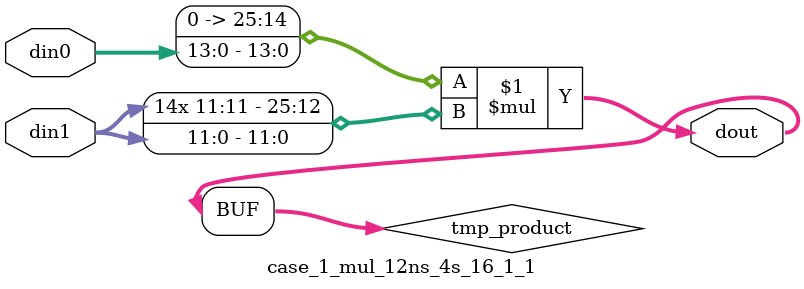
<source format=v>

`timescale 1 ns / 1 ps

 (* use_dsp = "no" *)  module case_1_mul_12ns_4s_16_1_1(din0, din1, dout);
parameter ID = 1;
parameter NUM_STAGE = 0;
parameter din0_WIDTH = 14;
parameter din1_WIDTH = 12;
parameter dout_WIDTH = 26;

input [din0_WIDTH - 1 : 0] din0; 
input [din1_WIDTH - 1 : 0] din1; 
output [dout_WIDTH - 1 : 0] dout;

wire signed [dout_WIDTH - 1 : 0] tmp_product;

























assign tmp_product = $signed({1'b0, din0}) * $signed(din1);










assign dout = tmp_product;





















endmodule

</source>
